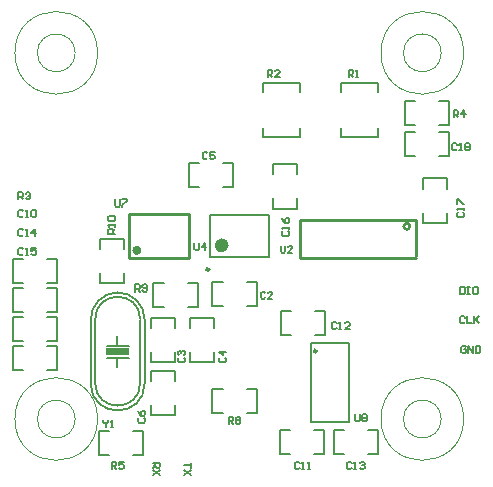
<source format=gto>
G04 Layer_Color=65535*
%FSLAX44Y44*%
%MOMM*%
G71*
G01*
G75*
%ADD24C,0.2540*%
%ADD46C,0.0127*%
%ADD47C,0.2500*%
%ADD48C,0.6000*%
%ADD49C,0.1778*%
%ADD50C,0.7620*%
%ADD51C,0.2000*%
%ADD52C,0.1270*%
G36*
X61906Y-255921D02*
X41840D01*
Y-250079D01*
X61906D01*
Y-255921D01*
D02*
G37*
D24*
X299339Y-146812D02*
G03*
X299339Y-146812I-2540J0D01*
G01*
X304419Y-172212D02*
Y-141732D01*
X206273Y-173431D02*
Y-141453D01*
Y-173431D02*
X304267D01*
X206273Y-141453D02*
X304267D01*
X61600Y-173923D02*
Y-136077D01*
X112400D01*
Y-173923D02*
Y-136077D01*
X61600Y-173923D02*
X112400D01*
D46*
X34986Y-309895D02*
G03*
X34986Y-309895I-35000J0D01*
G01*
X15985D02*
G03*
X15985Y-309895I-16000J0D01*
G01*
X344986D02*
G03*
X344986Y-309895I-35000J0D01*
G01*
X325986D02*
G03*
X325986Y-309895I-16000J0D01*
G01*
X344986Y106D02*
G03*
X344986Y106I-35000J0D01*
G01*
X325986D02*
G03*
X325986Y106I-16000J0D01*
G01*
X34985D02*
G03*
X34985Y106I-35000J0D01*
G01*
X15985D02*
G03*
X15985Y106I-16000J0D01*
G01*
D47*
X220550Y-252350D02*
G03*
X220550Y-252350I-1250J0D01*
G01*
X129489Y-183144D02*
G03*
X129489Y-183144I-1250J0D01*
G01*
D48*
X142989Y-162894D02*
G03*
X142989Y-162894I-3000J0D01*
G01*
D49*
X29140Y-279900D02*
G03*
X74860Y-279678I22859J151D01*
G01*
X74861Y-226337D02*
G03*
X29167Y-226324I-22847J769D01*
G01*
X32950Y-279601D02*
G03*
X71050Y-279416I19050J126D01*
G01*
Y-225314D02*
G03*
X32950Y-225499I-19050J-126D01*
G01*
X36204Y-340160D02*
X44840D01*
X36204D02*
Y-330000D01*
Y-319840D01*
X44840D01*
X65160D02*
X73796D01*
Y-330000D02*
Y-319840D01*
Y-340160D02*
Y-330000D01*
X65160Y-340160D02*
X73796D01*
X111160Y-194840D02*
X119796D01*
Y-205000D02*
Y-194840D01*
Y-215160D02*
Y-205000D01*
X111160Y-215160D02*
X119796D01*
X82204D02*
X90840D01*
X82204D02*
Y-205000D01*
Y-194840D01*
X90840D01*
X161160Y-284840D02*
X169796D01*
Y-295000D02*
Y-284840D01*
Y-305160D02*
Y-295000D01*
X161160Y-305160D02*
X169796D01*
X132204D02*
X140840D01*
X132204D02*
Y-295000D01*
Y-284840D01*
X140840D01*
X294894Y-40640D02*
X303530D01*
X294894Y-50800D02*
Y-40640D01*
Y-60960D02*
Y-50800D01*
Y-60960D02*
X303530D01*
X323850D02*
X332486D01*
Y-50800D01*
Y-40640D01*
X323850D02*
X332486D01*
X331160Y-114840D02*
Y-106204D01*
X321000D02*
X331160D01*
X310840D02*
X321000D01*
X310840Y-114840D02*
Y-106204D01*
Y-143796D02*
Y-135160D01*
Y-143796D02*
X321000D01*
X331160D01*
Y-135160D01*
X294894Y-67310D02*
X303530D01*
X294894Y-77470D02*
Y-67310D01*
Y-87630D02*
Y-77470D01*
Y-87630D02*
X303530D01*
X323850D02*
X332486D01*
Y-77470D01*
Y-67310D01*
X323850D02*
X332486D01*
X204160Y-102840D02*
Y-94204D01*
X194000D02*
X204160D01*
X183840D02*
X194000D01*
X183840Y-102840D02*
Y-94204D01*
Y-131796D02*
Y-123160D01*
Y-131796D02*
X194000D01*
X204160D01*
Y-123160D01*
X174822Y-25095D02*
X206178D01*
Y-33149D02*
Y-25095D01*
X174822Y-33149D02*
Y-25095D01*
Y-71425D02*
Y-63371D01*
X206178Y-71425D02*
Y-63371D01*
X174822Y-71425D02*
X206178D01*
X240862Y-25095D02*
X272218D01*
Y-33149D02*
Y-25095D01*
X240862Y-33149D02*
Y-25095D01*
Y-71425D02*
Y-63371D01*
X272218Y-71425D02*
Y-63371D01*
X240862Y-71425D02*
X272218D01*
X-36796Y-219160D02*
X-28160D01*
X-36796D02*
Y-209000D01*
Y-198840D01*
X-28160D01*
X-7840D02*
X796D01*
Y-209000D02*
Y-198840D01*
Y-219160D02*
Y-209000D01*
X-7840Y-219160D02*
X796D01*
X189204Y-339160D02*
X197840D01*
X189204D02*
Y-329000D01*
Y-318840D01*
X197840D01*
X218160D02*
X226796D01*
Y-329000D02*
Y-318840D01*
Y-339160D02*
Y-329000D01*
X218160Y-339160D02*
X226796D01*
X190204Y-239160D02*
X198840D01*
X190204D02*
Y-229000D01*
Y-218840D01*
X198840D01*
X219160D02*
X227796D01*
Y-229000D02*
Y-218840D01*
Y-239160D02*
Y-229000D01*
X219160Y-239160D02*
X227796D01*
X235204Y-339160D02*
X243840D01*
X235204D02*
Y-329000D01*
Y-318840D01*
X243840D01*
X264160D02*
X272796D01*
Y-329000D02*
Y-318840D01*
Y-339160D02*
Y-329000D01*
X264160Y-339160D02*
X272796D01*
X-36796Y-195160D02*
X-28160D01*
X-36796D02*
Y-185000D01*
Y-174840D01*
X-28160D01*
X-7840D02*
X796D01*
Y-185000D02*
Y-174840D01*
Y-195160D02*
Y-185000D01*
X-7840Y-195160D02*
X796D01*
X-36796Y-268160D02*
X-28160D01*
X-36796D02*
Y-258000D01*
Y-247840D01*
X-28160D01*
X-7840D02*
X796D01*
Y-258000D02*
Y-247840D01*
Y-268160D02*
Y-258000D01*
X-7840Y-268160D02*
X796D01*
X-36796Y-244160D02*
X-28160D01*
X-36796D02*
Y-234000D01*
Y-223840D01*
X-28160D01*
X-7840D02*
X796D01*
Y-234000D02*
Y-223840D01*
Y-244160D02*
Y-234000D01*
X-7840Y-244160D02*
X796D01*
X51746Y-247666D02*
Y-239792D01*
X42856Y-247666D02*
X61652D01*
X51746Y-265700D02*
Y-258080D01*
X42602D02*
X61652D01*
X74861Y-279678D02*
Y-226337D01*
X29140Y-279900D02*
Y-226324D01*
X71050Y-279424D02*
Y-226083D01*
X32950Y-279170D02*
Y-225829D01*
X100160Y-306796D02*
Y-298160D01*
X90000Y-306796D02*
X100160D01*
X79840D02*
X90000D01*
X79840D02*
Y-298160D01*
Y-277840D02*
Y-269204D01*
X90000D01*
X100160D01*
Y-277840D02*
Y-269204D01*
X161160Y-214160D02*
X169796D01*
Y-204000D01*
Y-193840D01*
X161160D02*
X169796D01*
X132204D02*
X140840D01*
X132204Y-204000D02*
Y-193840D01*
Y-214160D02*
Y-204000D01*
Y-214160D02*
X140840D01*
X100160Y-232840D02*
Y-224204D01*
X90000D02*
X100160D01*
X79840D02*
X90000D01*
X79840Y-232840D02*
Y-224204D01*
Y-261796D02*
Y-253160D01*
Y-261796D02*
X90000D01*
X100160D01*
Y-253160D01*
X133160Y-232840D02*
Y-224204D01*
X123000D02*
X133160D01*
X112840D02*
X123000D01*
X112840Y-232840D02*
Y-224204D01*
Y-261796D02*
Y-253160D01*
Y-261796D02*
X123000D01*
X133160D01*
Y-253160D01*
X57160Y-165840D02*
Y-157204D01*
X47000D02*
X57160D01*
X36840D02*
X47000D01*
X36840Y-165840D02*
Y-157204D01*
Y-194796D02*
Y-186160D01*
Y-194796D02*
X47000D01*
X57160D01*
Y-186160D01*
X141160Y-113160D02*
X149796D01*
Y-103000D01*
Y-92840D01*
X141160D02*
X149796D01*
X112204D02*
X120840D01*
X112204Y-103000D02*
Y-92840D01*
Y-113160D02*
Y-103000D01*
Y-113160D02*
X120840D01*
D50*
X68204Y-167065D02*
G03*
X68197Y-167042I-1030J-318D01*
G01*
D51*
X215750Y-312500D02*
X248250D01*
X215750Y-245500D02*
X248250D01*
X215750Y-312500D02*
Y-245500D01*
X248250Y-312500D02*
Y-245500D01*
X179989Y-172894D02*
Y-136894D01*
X129989Y-172894D02*
Y-136894D01*
X179989D01*
X129989Y-172894D02*
X179989D01*
D52*
X47000Y-352000D02*
Y-346002D01*
X49999D01*
X50999Y-347002D01*
Y-349001D01*
X49999Y-350001D01*
X47000D01*
X48999D02*
X50999Y-352000D01*
X56997Y-346002D02*
X52998D01*
Y-349001D01*
X54997Y-348001D01*
X55997D01*
X56997Y-349001D01*
Y-351000D01*
X55997Y-352000D01*
X53998D01*
X52998Y-351000D01*
X70002Y-309001D02*
X69002Y-310001D01*
Y-312000D01*
X70002Y-313000D01*
X74000D01*
X75000Y-312000D01*
Y-310001D01*
X74000Y-309001D01*
X69002Y-303003D02*
X70002Y-305003D01*
X72001Y-307002D01*
X74000D01*
X75000Y-306002D01*
Y-304003D01*
X74000Y-303003D01*
X73001D01*
X72001Y-304003D01*
Y-307002D01*
X50000Y-153000D02*
X44002D01*
Y-150001D01*
X45002Y-149001D01*
X47001D01*
X48001Y-150001D01*
Y-153000D01*
Y-151001D02*
X50000Y-149001D01*
Y-147002D02*
Y-145003D01*
Y-146002D01*
X44002D01*
X45002Y-147002D01*
Y-142004D02*
X44002Y-141004D01*
Y-139004D01*
X45002Y-138005D01*
X49000D01*
X50000Y-139004D01*
Y-141004D01*
X49000Y-142004D01*
X45002D01*
X50000Y-124002D02*
Y-129000D01*
X51000Y-130000D01*
X52999D01*
X53999Y-129000D01*
Y-124002D01*
X55998D02*
X59997D01*
Y-125002D01*
X55998Y-129000D01*
Y-130000D01*
X40000Y-311002D02*
Y-312002D01*
X41999Y-314001D01*
X43999Y-312002D01*
Y-311002D01*
X41999Y-314001D02*
Y-317000D01*
X45998D02*
X47997D01*
X46998D01*
Y-311002D01*
X45998Y-312002D01*
X-28001Y-150002D02*
X-29001Y-149002D01*
X-31000D01*
X-32000Y-150002D01*
Y-154000D01*
X-31000Y-155000D01*
X-29001D01*
X-28001Y-154000D01*
X-26002Y-155000D02*
X-24003D01*
X-25002D01*
Y-149002D01*
X-26002Y-150002D01*
X-18005Y-155000D02*
Y-149002D01*
X-21004Y-152001D01*
X-17005D01*
X-28001Y-166002D02*
X-29001Y-165002D01*
X-31000D01*
X-32000Y-166002D01*
Y-170000D01*
X-31000Y-171000D01*
X-29001D01*
X-28001Y-170000D01*
X-26002Y-171000D02*
X-24003D01*
X-25002D01*
Y-165002D01*
X-26002Y-166002D01*
X-17005Y-165002D02*
X-21004D01*
Y-168001D01*
X-19004Y-167001D01*
X-18005D01*
X-17005Y-168001D01*
Y-170000D01*
X-18005Y-171000D01*
X-20004D01*
X-21004Y-170000D01*
X117000Y-161002D02*
Y-166000D01*
X118000Y-167000D01*
X119999D01*
X120999Y-166000D01*
Y-161002D01*
X125997Y-167000D02*
Y-161002D01*
X122998Y-164001D01*
X126997D01*
X253000Y-306002D02*
Y-311000D01*
X254000Y-312000D01*
X255999D01*
X256999Y-311000D01*
Y-306002D01*
X258998Y-307002D02*
X259998Y-306002D01*
X261997D01*
X262997Y-307002D01*
Y-308001D01*
X261997Y-309001D01*
X262997Y-310001D01*
Y-311000D01*
X261997Y-312000D01*
X259998D01*
X258998Y-311000D01*
Y-310001D01*
X259998Y-309001D01*
X258998Y-308001D01*
Y-307002D01*
X259998Y-309001D02*
X261997D01*
X190000Y-163002D02*
Y-168000D01*
X191000Y-169000D01*
X192999D01*
X193999Y-168000D01*
Y-163002D01*
X199997Y-169000D02*
X195998D01*
X199997Y-165001D01*
Y-164002D01*
X198997Y-163002D01*
X196998D01*
X195998Y-164002D01*
X-32000Y-124000D02*
Y-118002D01*
X-29001D01*
X-28001Y-119002D01*
Y-121001D01*
X-29001Y-122001D01*
X-32000D01*
X-30001D02*
X-28001Y-124000D01*
X-26002Y-119002D02*
X-25002Y-118002D01*
X-23003D01*
X-22003Y-119002D01*
Y-120001D01*
X-23003Y-121001D01*
X-24003D01*
X-23003D01*
X-22003Y-122001D01*
Y-123000D01*
X-23003Y-124000D01*
X-25002D01*
X-26002Y-123000D01*
X249999Y-347002D02*
X248999Y-346002D01*
X247000D01*
X246000Y-347002D01*
Y-351000D01*
X247000Y-352000D01*
X248999D01*
X249999Y-351000D01*
X251998Y-352000D02*
X253997D01*
X252998D01*
Y-346002D01*
X251998Y-347002D01*
X256996D02*
X257996Y-346002D01*
X259995D01*
X260995Y-347002D01*
Y-348001D01*
X259995Y-349001D01*
X258996D01*
X259995D01*
X260995Y-350001D01*
Y-351000D01*
X259995Y-352000D01*
X257996D01*
X256996Y-351000D01*
X237419Y-229002D02*
X236420Y-228002D01*
X234420D01*
X233421Y-229002D01*
Y-233000D01*
X234420Y-234000D01*
X236420D01*
X237419Y-233000D01*
X239419Y-234000D02*
X241418D01*
X240418D01*
Y-228002D01*
X239419Y-229002D01*
X248416Y-234000D02*
X244417D01*
X248416Y-230001D01*
Y-229002D01*
X247416Y-228002D01*
X245417D01*
X244417Y-229002D01*
X205999Y-347002D02*
X204999Y-346002D01*
X203000D01*
X202000Y-347002D01*
Y-351000D01*
X203000Y-352000D01*
X204999D01*
X205999Y-351000D01*
X207998Y-352000D02*
X209997D01*
X208998D01*
Y-346002D01*
X207998Y-347002D01*
X212996Y-352000D02*
X214996D01*
X213996D01*
Y-346002D01*
X212996Y-347002D01*
X-28001Y-134002D02*
X-29001Y-133002D01*
X-31000D01*
X-32000Y-134002D01*
Y-138000D01*
X-31000Y-139000D01*
X-29001D01*
X-28001Y-138000D01*
X-26002Y-139000D02*
X-24003D01*
X-25002D01*
Y-133002D01*
X-26002Y-134002D01*
X-21004D02*
X-20004Y-133002D01*
X-18005D01*
X-17005Y-134002D01*
Y-138000D01*
X-18005Y-139000D01*
X-20004D01*
X-21004Y-138000D01*
Y-134002D01*
X176999Y-203002D02*
X175999Y-202002D01*
X174000D01*
X173000Y-203002D01*
Y-207000D01*
X174000Y-208000D01*
X175999D01*
X176999Y-207000D01*
X182997Y-208000D02*
X178998D01*
X182997Y-204001D01*
Y-203002D01*
X181997Y-202002D01*
X179998D01*
X178998Y-203002D01*
X247650Y-20320D02*
Y-14322D01*
X250649D01*
X251649Y-15322D01*
Y-17321D01*
X250649Y-18321D01*
X247650D01*
X249649D02*
X251649Y-20320D01*
X253648D02*
X255647D01*
X254648D01*
Y-14322D01*
X253648Y-15322D01*
X179070Y-20320D02*
Y-14322D01*
X182069D01*
X183069Y-15322D01*
Y-17321D01*
X182069Y-18321D01*
X179070D01*
X181069D02*
X183069Y-20320D01*
X189067D02*
X185068D01*
X189067Y-16321D01*
Y-15322D01*
X188067Y-14322D01*
X186068D01*
X185068Y-15322D01*
X191962Y-150971D02*
X190962Y-151971D01*
Y-153970D01*
X191962Y-154970D01*
X195960D01*
X196960Y-153970D01*
Y-151971D01*
X195960Y-150971D01*
X196960Y-148972D02*
Y-146973D01*
Y-147972D01*
X190962D01*
X191962Y-148972D01*
X190962Y-139975D02*
X191962Y-141974D01*
X193961Y-143974D01*
X195960D01*
X196960Y-142974D01*
Y-140975D01*
X195960Y-139975D01*
X194961D01*
X193961Y-140975D01*
Y-143974D01*
X339279Y-77552D02*
X338279Y-76552D01*
X336280D01*
X335280Y-77552D01*
Y-81550D01*
X336280Y-82550D01*
X338279D01*
X339279Y-81550D01*
X341278Y-82550D02*
X343277D01*
X342278D01*
Y-76552D01*
X341278Y-77552D01*
X346276D02*
X347276Y-76552D01*
X349276D01*
X350275Y-77552D01*
Y-78551D01*
X349276Y-79551D01*
X350275Y-80551D01*
Y-81550D01*
X349276Y-82550D01*
X347276D01*
X346276Y-81550D01*
Y-80551D01*
X347276Y-79551D01*
X346276Y-78551D01*
Y-77552D01*
X347276Y-79551D02*
X349276D01*
X340002Y-135001D02*
X339002Y-136001D01*
Y-138000D01*
X340002Y-139000D01*
X344000D01*
X345000Y-138000D01*
Y-136001D01*
X344000Y-135001D01*
X345000Y-133002D02*
Y-131003D01*
Y-132002D01*
X339002D01*
X340002Y-133002D01*
X339002Y-128004D02*
Y-124005D01*
X340002D01*
X344000Y-128004D01*
X345000D01*
X336550Y-54610D02*
Y-48612D01*
X339549D01*
X340549Y-49612D01*
Y-51611D01*
X339549Y-52611D01*
X336550D01*
X338549D02*
X340549Y-54610D01*
X345547D02*
Y-48612D01*
X342548Y-51611D01*
X346547D01*
X146000Y-314000D02*
Y-308002D01*
X148999D01*
X149999Y-309002D01*
Y-311001D01*
X148999Y-312001D01*
X146000D01*
X147999D02*
X149999Y-314000D01*
X151998Y-309002D02*
X152998Y-308002D01*
X154997D01*
X155997Y-309002D01*
Y-310001D01*
X154997Y-311001D01*
X155997Y-312001D01*
Y-313000D01*
X154997Y-314000D01*
X152998D01*
X151998Y-313000D01*
Y-312001D01*
X152998Y-311001D01*
X151998Y-310001D01*
Y-309002D01*
X152998Y-311001D02*
X154997D01*
X67000Y-202000D02*
Y-196002D01*
X69999D01*
X70999Y-197002D01*
Y-199001D01*
X69999Y-200001D01*
X67000D01*
X68999D02*
X70999Y-202000D01*
X72998Y-201000D02*
X73998Y-202000D01*
X75997D01*
X76997Y-201000D01*
Y-197002D01*
X75997Y-196002D01*
X73998D01*
X72998Y-197002D01*
Y-198001D01*
X73998Y-199001D01*
X76997D01*
X104002Y-258001D02*
X103002Y-259001D01*
Y-261000D01*
X104002Y-262000D01*
X108000D01*
X109000Y-261000D01*
Y-259001D01*
X108000Y-258001D01*
X104002Y-256002D02*
X103002Y-255002D01*
Y-253003D01*
X104002Y-252003D01*
X105001D01*
X106001Y-253003D01*
Y-254003D01*
Y-253003D01*
X107001Y-252003D01*
X108000D01*
X109000Y-253003D01*
Y-255002D01*
X108000Y-256002D01*
X139002Y-258001D02*
X138002Y-259001D01*
Y-261000D01*
X139002Y-262000D01*
X143000D01*
X144000Y-261000D01*
Y-259001D01*
X143000Y-258001D01*
X144000Y-253003D02*
X138002D01*
X141001Y-256002D01*
Y-252003D01*
X127999Y-85002D02*
X126999Y-84002D01*
X125000D01*
X124000Y-85002D01*
Y-89000D01*
X125000Y-90000D01*
X126999D01*
X127999Y-89000D01*
X133997Y-84002D02*
X129998D01*
Y-87001D01*
X131997Y-86001D01*
X132997D01*
X133997Y-87001D01*
Y-89000D01*
X132997Y-90000D01*
X130998D01*
X129998Y-89000D01*
X342000Y-198002D02*
Y-204000D01*
X344999D01*
X345999Y-203000D01*
Y-199002D01*
X344999Y-198002D01*
X342000D01*
X347998D02*
X349997D01*
X348998D01*
Y-204000D01*
X347998D01*
X349997D01*
X355995Y-198002D02*
X353996D01*
X352996Y-199002D01*
Y-203000D01*
X353996Y-204000D01*
X355995D01*
X356995Y-203000D01*
Y-199002D01*
X355995Y-198002D01*
X345999Y-224002D02*
X344999Y-223002D01*
X343000D01*
X342000Y-224002D01*
Y-228000D01*
X343000Y-229000D01*
X344999D01*
X345999Y-228000D01*
X347998Y-223002D02*
Y-229000D01*
X351997D01*
X353996Y-223002D02*
Y-229000D01*
Y-227001D01*
X357995Y-223002D01*
X354996Y-226001D01*
X357995Y-229000D01*
X346999Y-249002D02*
X345999Y-248002D01*
X344000D01*
X343000Y-249002D01*
Y-253000D01*
X344000Y-254000D01*
X345999D01*
X346999Y-253000D01*
Y-251001D01*
X344999D01*
X348998Y-254000D02*
Y-248002D01*
X352997Y-254000D01*
Y-248002D01*
X354996D02*
Y-254000D01*
X357995D01*
X358995Y-253000D01*
Y-249002D01*
X357995Y-248002D01*
X354996D01*
X113998Y-347000D02*
Y-350999D01*
Y-348999D01*
X108000D01*
X113998Y-352998D02*
X108000Y-356997D01*
X113998D02*
X108000Y-352998D01*
X82000Y-347000D02*
X87998D01*
Y-349999D01*
X86998Y-350999D01*
X84999D01*
X83999Y-349999D01*
Y-347000D01*
Y-348999D02*
X82000Y-350999D01*
X87998Y-352998D02*
X82000Y-356997D01*
X87998D02*
X82000Y-352998D01*
M02*

</source>
